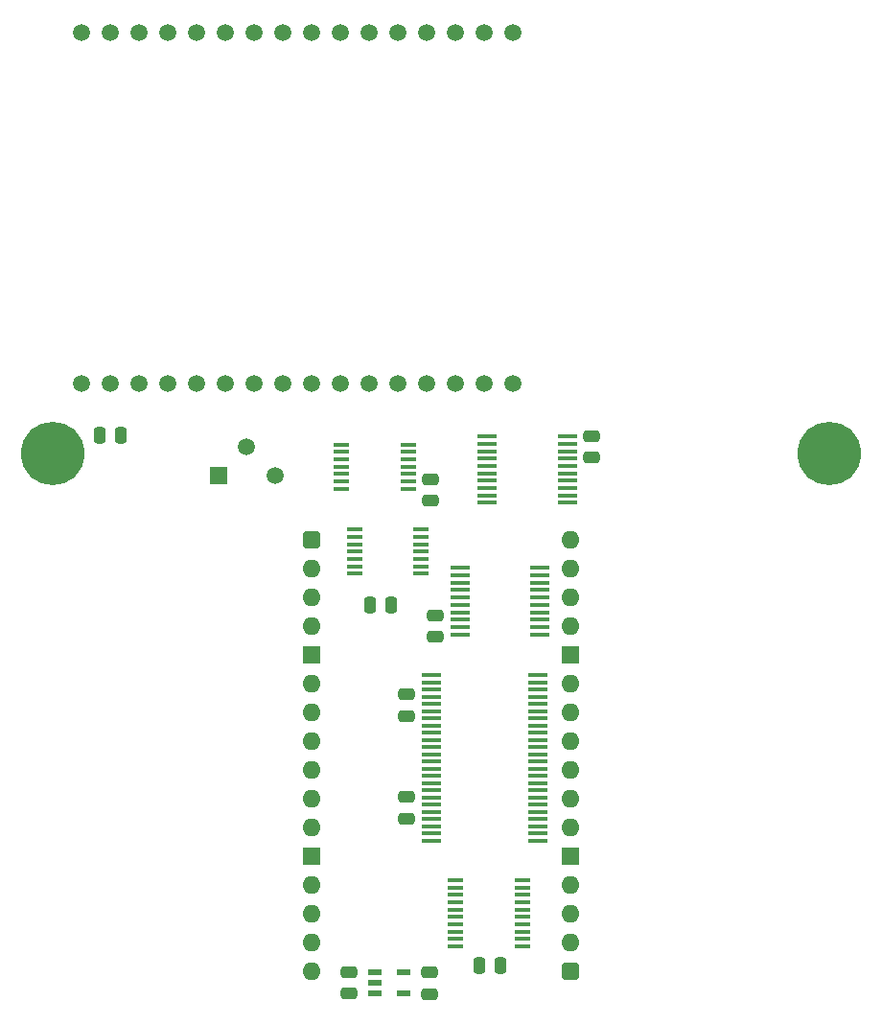
<source format=gbr>
%TF.GenerationSoftware,KiCad,Pcbnew,7.0.5*%
%TF.CreationDate,2023-12-17T08:08:42+02:00*%
%TF.ProjectId,LCD Display,4c434420-4469-4737-906c-61792e6b6963,rev?*%
%TF.SameCoordinates,Original*%
%TF.FileFunction,Soldermask,Top*%
%TF.FilePolarity,Negative*%
%FSLAX46Y46*%
G04 Gerber Fmt 4.6, Leading zero omitted, Abs format (unit mm)*
G04 Created by KiCad (PCBNEW 7.0.5) date 2023-12-17 08:08:42*
%MOMM*%
%LPD*%
G01*
G04 APERTURE LIST*
G04 Aperture macros list*
%AMRoundRect*
0 Rectangle with rounded corners*
0 $1 Rounding radius*
0 $2 $3 $4 $5 $6 $7 $8 $9 X,Y pos of 4 corners*
0 Add a 4 corners polygon primitive as box body*
4,1,4,$2,$3,$4,$5,$6,$7,$8,$9,$2,$3,0*
0 Add four circle primitives for the rounded corners*
1,1,$1+$1,$2,$3*
1,1,$1+$1,$4,$5*
1,1,$1+$1,$6,$7*
1,1,$1+$1,$8,$9*
0 Add four rect primitives between the rounded corners*
20,1,$1+$1,$2,$3,$4,$5,0*
20,1,$1+$1,$4,$5,$6,$7,0*
20,1,$1+$1,$6,$7,$8,$9,0*
20,1,$1+$1,$8,$9,$2,$3,0*%
G04 Aperture macros list end*
%ADD10R,1.500000X1.500000*%
%ADD11C,1.500000*%
%ADD12R,1.475000X0.450000*%
%ADD13R,1.800000X0.430000*%
%ADD14R,1.800000X0.450000*%
%ADD15R,1.150000X0.600000*%
%ADD16C,5.600000*%
%ADD17RoundRect,0.250000X-0.250000X-0.475000X0.250000X-0.475000X0.250000X0.475000X-0.250000X0.475000X0*%
%ADD18RoundRect,0.250000X-0.475000X0.250000X-0.475000X-0.250000X0.475000X-0.250000X0.475000X0.250000X0*%
%ADD19RoundRect,0.250000X0.475000X-0.250000X0.475000X0.250000X-0.475000X0.250000X-0.475000X-0.250000X0*%
%ADD20RoundRect,0.250000X0.250000X0.475000X-0.250000X0.475000X-0.250000X-0.475000X0.250000X-0.475000X0*%
%ADD21RoundRect,0.400000X-0.400000X-0.400000X0.400000X-0.400000X0.400000X0.400000X-0.400000X0.400000X0*%
%ADD22O,1.600000X1.600000*%
%ADD23R,1.600000X1.600000*%
G04 APERTURE END LIST*
D10*
%TO.C,VR1*%
X139105000Y-93355000D03*
D11*
X141605000Y-90855000D03*
X144105000Y-93355000D03*
%TD*%
D12*
%TO.C,IC20*%
X165921501Y-134941999D03*
X165921501Y-134291999D03*
X165921501Y-133641999D03*
X165921501Y-132991999D03*
X165921501Y-132341999D03*
X165921501Y-131691999D03*
X165921501Y-131041999D03*
X165921501Y-130391999D03*
X165921501Y-129741999D03*
X165921501Y-129091999D03*
X160045501Y-129091999D03*
X160045501Y-129741999D03*
X160045501Y-130391999D03*
X160045501Y-131041999D03*
X160045501Y-131691999D03*
X160045501Y-132341999D03*
X160045501Y-132991999D03*
X160045501Y-133641999D03*
X160045501Y-134291999D03*
X160045501Y-134941999D03*
%TD*%
%TO.C,IC16*%
X149970000Y-90633000D03*
X149970000Y-91283000D03*
X149970000Y-91933000D03*
X149970000Y-92583000D03*
X149970000Y-93233000D03*
X149970000Y-93883000D03*
X149970000Y-94533000D03*
X155846000Y-94533000D03*
X155846000Y-93883000D03*
X155846000Y-93233000D03*
X155846000Y-92583000D03*
X155846000Y-91933000D03*
X155846000Y-91283000D03*
X155846000Y-90633000D03*
%TD*%
%TO.C,IC14*%
X151113000Y-98126000D03*
X151113000Y-98776000D03*
X151113000Y-99426000D03*
X151113000Y-100076000D03*
X151113000Y-100726000D03*
X151113000Y-101376000D03*
X151113000Y-102026000D03*
X156989000Y-102026000D03*
X156989000Y-101376000D03*
X156989000Y-100726000D03*
X156989000Y-100076000D03*
X156989000Y-99426000D03*
X156989000Y-98776000D03*
X156989000Y-98126000D03*
%TD*%
D13*
%TO.C,IC13*%
X157902501Y-110998999D03*
X157902501Y-111632999D03*
X157902501Y-112268999D03*
X157902501Y-112902999D03*
X157902501Y-113538999D03*
X157902501Y-114172999D03*
X157902501Y-114808999D03*
X157902501Y-115442999D03*
X157902501Y-116078999D03*
X157902501Y-116712999D03*
X157902501Y-117348999D03*
X157902501Y-117982999D03*
X157902501Y-118618999D03*
X157902501Y-119252999D03*
X157902501Y-119888999D03*
X157902501Y-120522999D03*
X157902501Y-121158999D03*
X157902501Y-121792999D03*
X157902501Y-122428999D03*
X157902501Y-123062999D03*
X157902501Y-123698999D03*
X157902501Y-124332999D03*
X157902501Y-124968999D03*
X157902501Y-125602999D03*
X167302501Y-125602999D03*
X167302501Y-124968999D03*
X167302501Y-124332999D03*
X167302501Y-123698999D03*
X167302501Y-123062999D03*
X167302501Y-122428999D03*
X167302501Y-121792999D03*
X167302501Y-121158999D03*
X167302501Y-120522999D03*
X167302501Y-119888999D03*
X167302501Y-119252999D03*
X167302501Y-118618999D03*
X167302501Y-117982999D03*
X167302501Y-117348999D03*
X167302501Y-116712999D03*
X167302501Y-116078999D03*
X167302501Y-115442999D03*
X167302501Y-114808999D03*
X167302501Y-114172999D03*
X167302501Y-113538999D03*
X167302501Y-112902999D03*
X167302501Y-112268999D03*
X167302501Y-111632999D03*
X167302501Y-110998999D03*
%TD*%
D14*
%TO.C,IC12*%
X167507000Y-107382999D03*
X167507000Y-106732999D03*
X167507000Y-106082999D03*
X167507000Y-105432999D03*
X167507000Y-104782999D03*
X167507000Y-104132999D03*
X167507000Y-103482999D03*
X167507000Y-102832999D03*
X167507000Y-102182999D03*
X167507000Y-101532999D03*
X160407000Y-101532999D03*
X160407000Y-102182999D03*
X160407000Y-102832999D03*
X160407000Y-103482999D03*
X160407000Y-104132999D03*
X160407000Y-104782999D03*
X160407000Y-105432999D03*
X160407000Y-106082999D03*
X160407000Y-106732999D03*
X160407000Y-107382999D03*
%TD*%
%TO.C,IC11*%
X162820000Y-89912000D03*
X162820000Y-90562000D03*
X162820000Y-91212000D03*
X162820000Y-91862000D03*
X162820000Y-92512000D03*
X162820000Y-93162000D03*
X162820000Y-93812000D03*
X162820000Y-94462000D03*
X162820000Y-95112000D03*
X162820000Y-95762000D03*
X169920000Y-95762000D03*
X169920000Y-95112000D03*
X169920000Y-94462000D03*
X169920000Y-93812000D03*
X169920000Y-93162000D03*
X169920000Y-92512000D03*
X169920000Y-91862000D03*
X169920000Y-91212000D03*
X169920000Y-90562000D03*
X169920000Y-89912000D03*
%TD*%
D15*
%TO.C,IC2*%
X152878000Y-137226000D03*
X152878000Y-138176000D03*
X152878000Y-139126000D03*
X155478000Y-139126000D03*
X155478000Y-137226000D03*
%TD*%
D11*
%TO.C,DS1*%
X127000000Y-85223000D03*
X129540000Y-85223000D03*
X132080000Y-85223000D03*
X134620000Y-85223000D03*
X137160000Y-85223000D03*
X139700000Y-85223000D03*
X142240000Y-85223000D03*
X144780000Y-85223000D03*
X147320000Y-85223000D03*
X149860000Y-85223000D03*
X152400000Y-85223000D03*
X154940000Y-85223000D03*
X157480000Y-85223000D03*
X160020000Y-85223000D03*
X162560000Y-85223000D03*
X165100000Y-85223000D03*
X127000000Y-54223000D03*
X129540000Y-54223000D03*
X132080000Y-54223000D03*
X134620000Y-54223000D03*
X137160000Y-54223000D03*
X139700000Y-54223000D03*
X142240000Y-54223000D03*
X144780000Y-54223000D03*
X147320000Y-54223000D03*
X149860000Y-54223000D03*
X152400000Y-54223000D03*
X154940000Y-54223000D03*
X157480000Y-54223000D03*
X160020000Y-54223000D03*
X162560000Y-54223000D03*
X165100000Y-54223000D03*
%TD*%
D16*
%TO.C,H1*%
X124460000Y-91440000D03*
%TD*%
D17*
%TO.C,C5*%
X162134000Y-136652000D03*
X164034000Y-136652000D03*
%TD*%
D18*
%TO.C,C3*%
X172085000Y-89871000D03*
X172085000Y-91771000D03*
%TD*%
D19*
%TO.C,C8*%
X155702000Y-114599000D03*
X155702000Y-112699000D03*
%TD*%
D16*
%TO.C,H2*%
X193040000Y-91440000D03*
%TD*%
D20*
%TO.C,C2*%
X130474000Y-89789000D03*
X128574000Y-89789000D03*
%TD*%
D18*
%TO.C,C6*%
X157861000Y-93681000D03*
X157861000Y-95581000D03*
%TD*%
%TO.C,C4*%
X155702000Y-121748000D03*
X155702000Y-123648000D03*
%TD*%
D19*
%TO.C,C1*%
X150622000Y-139110000D03*
X150622000Y-137210000D03*
%TD*%
D20*
%TO.C,C7*%
X154350000Y-104775000D03*
X152450000Y-104775000D03*
%TD*%
D19*
%TO.C,C10*%
X158242000Y-107614000D03*
X158242000Y-105714000D03*
%TD*%
D18*
%TO.C,C11*%
X157734000Y-137242000D03*
X157734000Y-139142000D03*
%TD*%
D21*
%TO.C,J1*%
X147320000Y-99060000D03*
D22*
X147320000Y-101600000D03*
X147320000Y-104140000D03*
X147320000Y-106680000D03*
D23*
X147320000Y-109220000D03*
D22*
X147320000Y-111760000D03*
X147320000Y-114300000D03*
X147320000Y-116840000D03*
X147320000Y-119380000D03*
X147320000Y-121920000D03*
X147320000Y-124460000D03*
D23*
X147320000Y-127000000D03*
D22*
X147320000Y-129540000D03*
X147320000Y-132080000D03*
X147320000Y-134620000D03*
X147320000Y-137160000D03*
D21*
X170180000Y-137160000D03*
D22*
X170180000Y-134620000D03*
X170180000Y-132080000D03*
X170180000Y-129540000D03*
D23*
X170180000Y-127000000D03*
D22*
X170180000Y-124460000D03*
X170180000Y-121920000D03*
X170180000Y-119380000D03*
X170180000Y-116840000D03*
X170180000Y-114300000D03*
X170180000Y-111760000D03*
D23*
X170180000Y-109220000D03*
D22*
X170180000Y-106680000D03*
X170180000Y-104140000D03*
X170180000Y-101600000D03*
X170180000Y-99060000D03*
%TD*%
M02*

</source>
